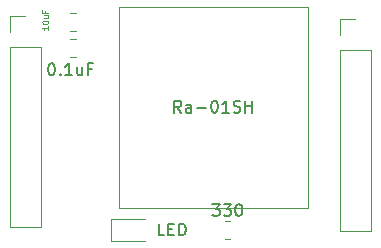
<source format=gbr>
%TF.GenerationSoftware,KiCad,Pcbnew,6.0.5-a6ca702e91~116~ubuntu20.04.1*%
%TF.CreationDate,2022-05-07T22:19:23-05:00*%
%TF.ProjectId,Ra-01SH_915MHz_shield_v001,52612d30-3153-4485-9f39-31354d487a5f,rev?*%
%TF.SameCoordinates,Original*%
%TF.FileFunction,Legend,Top*%
%TF.FilePolarity,Positive*%
%FSLAX46Y46*%
G04 Gerber Fmt 4.6, Leading zero omitted, Abs format (unit mm)*
G04 Created by KiCad (PCBNEW 6.0.5-a6ca702e91~116~ubuntu20.04.1) date 2022-05-07 22:19:23*
%MOMM*%
%LPD*%
G01*
G04 APERTURE LIST*
%ADD10C,0.150000*%
%ADD11C,0.125000*%
%ADD12C,0.120000*%
G04 APERTURE END LIST*
D10*
%TO.C,C1*%
X141867142Y-80986380D02*
X141962380Y-80986380D01*
X142057619Y-81034000D01*
X142105238Y-81081619D01*
X142152857Y-81176857D01*
X142200476Y-81367333D01*
X142200476Y-81605428D01*
X142152857Y-81795904D01*
X142105238Y-81891142D01*
X142057619Y-81938761D01*
X141962380Y-81986380D01*
X141867142Y-81986380D01*
X141771904Y-81938761D01*
X141724285Y-81891142D01*
X141676666Y-81795904D01*
X141629047Y-81605428D01*
X141629047Y-81367333D01*
X141676666Y-81176857D01*
X141724285Y-81081619D01*
X141771904Y-81034000D01*
X141867142Y-80986380D01*
X142629047Y-81891142D02*
X142676666Y-81938761D01*
X142629047Y-81986380D01*
X142581428Y-81938761D01*
X142629047Y-81891142D01*
X142629047Y-81986380D01*
X143629047Y-81986380D02*
X143057619Y-81986380D01*
X143343333Y-81986380D02*
X143343333Y-80986380D01*
X143248095Y-81129238D01*
X143152857Y-81224476D01*
X143057619Y-81272095D01*
X144486190Y-81319714D02*
X144486190Y-81986380D01*
X144057619Y-81319714D02*
X144057619Y-81843523D01*
X144105238Y-81938761D01*
X144200476Y-81986380D01*
X144343333Y-81986380D01*
X144438571Y-81938761D01*
X144486190Y-81891142D01*
X145295714Y-81462571D02*
X144962380Y-81462571D01*
X144962380Y-81986380D02*
X144962380Y-80986380D01*
X145438571Y-80986380D01*
D11*
%TO.C,C2*%
X141626190Y-77835714D02*
X141626190Y-78121428D01*
X141626190Y-77978571D02*
X141126190Y-77978571D01*
X141197619Y-78026190D01*
X141245238Y-78073809D01*
X141269047Y-78121428D01*
X141126190Y-77526190D02*
X141126190Y-77478571D01*
X141150000Y-77430952D01*
X141173809Y-77407142D01*
X141221428Y-77383333D01*
X141316666Y-77359523D01*
X141435714Y-77359523D01*
X141530952Y-77383333D01*
X141578571Y-77407142D01*
X141602380Y-77430952D01*
X141626190Y-77478571D01*
X141626190Y-77526190D01*
X141602380Y-77573809D01*
X141578571Y-77597619D01*
X141530952Y-77621428D01*
X141435714Y-77645238D01*
X141316666Y-77645238D01*
X141221428Y-77621428D01*
X141173809Y-77597619D01*
X141150000Y-77573809D01*
X141126190Y-77526190D01*
X141292857Y-76930952D02*
X141626190Y-76930952D01*
X141292857Y-77145238D02*
X141554761Y-77145238D01*
X141602380Y-77121428D01*
X141626190Y-77073809D01*
X141626190Y-77002380D01*
X141602380Y-76954761D01*
X141578571Y-76930952D01*
X141364285Y-76526190D02*
X141364285Y-76692857D01*
X141626190Y-76692857D02*
X141126190Y-76692857D01*
X141126190Y-76454761D01*
D10*
%TO.C,R1*%
X155514285Y-92902380D02*
X156133333Y-92902380D01*
X155800000Y-93283333D01*
X155942857Y-93283333D01*
X156038095Y-93330952D01*
X156085714Y-93378571D01*
X156133333Y-93473809D01*
X156133333Y-93711904D01*
X156085714Y-93807142D01*
X156038095Y-93854761D01*
X155942857Y-93902380D01*
X155657142Y-93902380D01*
X155561904Y-93854761D01*
X155514285Y-93807142D01*
X156466666Y-92902380D02*
X157085714Y-92902380D01*
X156752380Y-93283333D01*
X156895238Y-93283333D01*
X156990476Y-93330952D01*
X157038095Y-93378571D01*
X157085714Y-93473809D01*
X157085714Y-93711904D01*
X157038095Y-93807142D01*
X156990476Y-93854761D01*
X156895238Y-93902380D01*
X156609523Y-93902380D01*
X156514285Y-93854761D01*
X156466666Y-93807142D01*
X157704761Y-92902380D02*
X157800000Y-92902380D01*
X157895238Y-92950000D01*
X157942857Y-92997619D01*
X157990476Y-93092857D01*
X158038095Y-93283333D01*
X158038095Y-93521428D01*
X157990476Y-93711904D01*
X157942857Y-93807142D01*
X157895238Y-93854761D01*
X157800000Y-93902380D01*
X157704761Y-93902380D01*
X157609523Y-93854761D01*
X157561904Y-93807142D01*
X157514285Y-93711904D01*
X157466666Y-93521428D01*
X157466666Y-93283333D01*
X157514285Y-93092857D01*
X157561904Y-92997619D01*
X157609523Y-92950000D01*
X157704761Y-92902380D01*
%TO.C,U1*%
X152885714Y-85152380D02*
X152552380Y-84676190D01*
X152314285Y-85152380D02*
X152314285Y-84152380D01*
X152695238Y-84152380D01*
X152790476Y-84200000D01*
X152838095Y-84247619D01*
X152885714Y-84342857D01*
X152885714Y-84485714D01*
X152838095Y-84580952D01*
X152790476Y-84628571D01*
X152695238Y-84676190D01*
X152314285Y-84676190D01*
X153742857Y-85152380D02*
X153742857Y-84628571D01*
X153695238Y-84533333D01*
X153600000Y-84485714D01*
X153409523Y-84485714D01*
X153314285Y-84533333D01*
X153742857Y-85104761D02*
X153647619Y-85152380D01*
X153409523Y-85152380D01*
X153314285Y-85104761D01*
X153266666Y-85009523D01*
X153266666Y-84914285D01*
X153314285Y-84819047D01*
X153409523Y-84771428D01*
X153647619Y-84771428D01*
X153742857Y-84723809D01*
X154219047Y-84771428D02*
X154980952Y-84771428D01*
X155647619Y-84152380D02*
X155742857Y-84152380D01*
X155838095Y-84200000D01*
X155885714Y-84247619D01*
X155933333Y-84342857D01*
X155980952Y-84533333D01*
X155980952Y-84771428D01*
X155933333Y-84961904D01*
X155885714Y-85057142D01*
X155838095Y-85104761D01*
X155742857Y-85152380D01*
X155647619Y-85152380D01*
X155552380Y-85104761D01*
X155504761Y-85057142D01*
X155457142Y-84961904D01*
X155409523Y-84771428D01*
X155409523Y-84533333D01*
X155457142Y-84342857D01*
X155504761Y-84247619D01*
X155552380Y-84200000D01*
X155647619Y-84152380D01*
X156933333Y-85152380D02*
X156361904Y-85152380D01*
X156647619Y-85152380D02*
X156647619Y-84152380D01*
X156552380Y-84295238D01*
X156457142Y-84390476D01*
X156361904Y-84438095D01*
X157314285Y-85104761D02*
X157457142Y-85152380D01*
X157695238Y-85152380D01*
X157790476Y-85104761D01*
X157838095Y-85057142D01*
X157885714Y-84961904D01*
X157885714Y-84866666D01*
X157838095Y-84771428D01*
X157790476Y-84723809D01*
X157695238Y-84676190D01*
X157504761Y-84628571D01*
X157409523Y-84580952D01*
X157361904Y-84533333D01*
X157314285Y-84438095D01*
X157314285Y-84342857D01*
X157361904Y-84247619D01*
X157409523Y-84200000D01*
X157504761Y-84152380D01*
X157742857Y-84152380D01*
X157885714Y-84200000D01*
X158314285Y-85152380D02*
X158314285Y-84152380D01*
X158314285Y-84628571D02*
X158885714Y-84628571D01*
X158885714Y-85152380D02*
X158885714Y-84152380D01*
%TO.C,D1*%
X151457142Y-95552380D02*
X150980952Y-95552380D01*
X150980952Y-94552380D01*
X151790476Y-95028571D02*
X152123809Y-95028571D01*
X152266666Y-95552380D02*
X151790476Y-95552380D01*
X151790476Y-94552380D01*
X152266666Y-94552380D01*
X152695238Y-95552380D02*
X152695238Y-94552380D01*
X152933333Y-94552380D01*
X153076190Y-94600000D01*
X153171428Y-94695238D01*
X153219047Y-94790476D01*
X153266666Y-94980952D01*
X153266666Y-95123809D01*
X153219047Y-95314285D01*
X153171428Y-95409523D01*
X153076190Y-95504761D01*
X152933333Y-95552380D01*
X152695238Y-95552380D01*
D12*
%TO.C,C1*%
X143438748Y-78965000D02*
X143961252Y-78965000D01*
X143438748Y-80435000D02*
X143961252Y-80435000D01*
%TO.C,C2*%
X143438748Y-76765000D02*
X143961252Y-76765000D01*
X143438748Y-78235000D02*
X143961252Y-78235000D01*
%TO.C,J1*%
X138370000Y-78300000D02*
X138370000Y-76970000D01*
X138370000Y-79570000D02*
X138370000Y-94870000D01*
X138370000Y-76970000D02*
X139700000Y-76970000D01*
X141030000Y-79570000D02*
X141030000Y-94870000D01*
X138370000Y-94870000D02*
X141030000Y-94870000D01*
X138370000Y-79570000D02*
X141030000Y-79570000D01*
%TO.C,J2*%
X168970000Y-79870000D02*
X168970000Y-95170000D01*
X166310000Y-79870000D02*
X166310000Y-95170000D01*
X166310000Y-95170000D02*
X168970000Y-95170000D01*
X166310000Y-79870000D02*
X168970000Y-79870000D01*
X166310000Y-77270000D02*
X167640000Y-77270000D01*
X166310000Y-78600000D02*
X166310000Y-77270000D01*
%TO.C,R1*%
X157027064Y-95835000D02*
X156572936Y-95835000D01*
X157027064Y-94365000D02*
X156572936Y-94365000D01*
%TO.C,U1*%
X147600000Y-76200000D02*
X163600000Y-76200000D01*
X163600000Y-76200000D02*
X163600000Y-93200000D01*
X163600000Y-93200000D02*
X147600000Y-93200000D01*
X147600000Y-93200000D02*
X147600000Y-76200000D01*
%TO.C,D1*%
X149800000Y-94140000D02*
X146940000Y-94140000D01*
X146940000Y-96060000D02*
X149800000Y-96060000D01*
X146940000Y-94140000D02*
X146940000Y-96060000D01*
%TD*%
M02*

</source>
